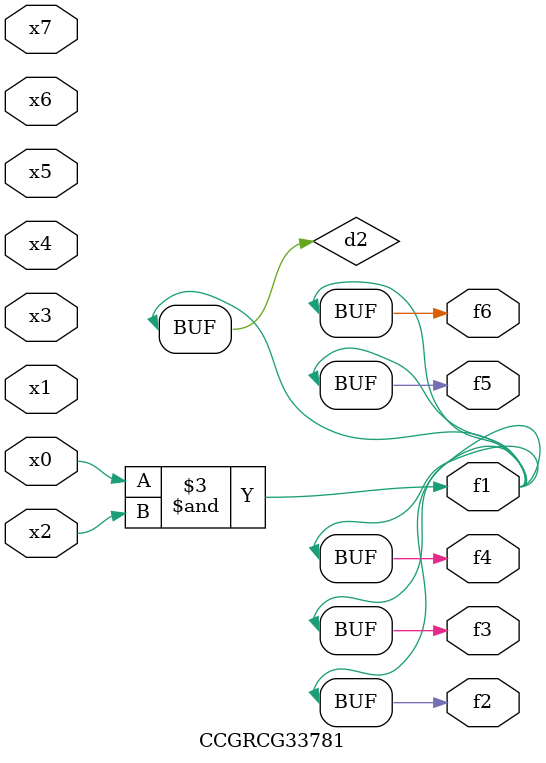
<source format=v>
module CCGRCG33781(
	input x0, x1, x2, x3, x4, x5, x6, x7,
	output f1, f2, f3, f4, f5, f6
);

	wire d1, d2;

	nor (d1, x3, x6);
	and (d2, x0, x2);
	assign f1 = d2;
	assign f2 = d2;
	assign f3 = d2;
	assign f4 = d2;
	assign f5 = d2;
	assign f6 = d2;
endmodule

</source>
